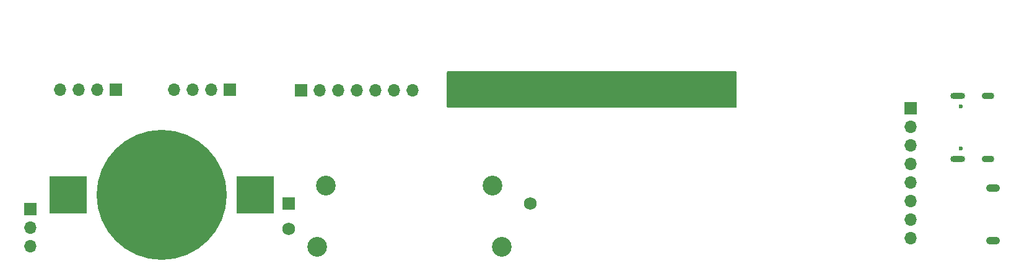
<source format=gbr>
%TF.GenerationSoftware,KiCad,Pcbnew,(6.0.6-0)*%
%TF.CreationDate,2022-07-18T23:29:11+08:00*%
%TF.ProjectId,main,6d61696e-2e6b-4696-9361-645f70636258,rev?*%
%TF.SameCoordinates,Original*%
%TF.FileFunction,Soldermask,Bot*%
%TF.FilePolarity,Negative*%
%FSLAX46Y46*%
G04 Gerber Fmt 4.6, Leading zero omitted, Abs format (unit mm)*
G04 Created by KiCad (PCBNEW (6.0.6-0)) date 2022-07-18 23:29:11*
%MOMM*%
%LPD*%
G01*
G04 APERTURE LIST*
%ADD10R,1.700000X1.700000*%
%ADD11O,1.700000X1.700000*%
%ADD12O,1.900000X1.050000*%
%ADD13C,0.600000*%
%ADD14O,2.000000X0.900000*%
%ADD15O,1.700000X0.900000*%
%ADD16R,1.750000X1.750000*%
%ADD17C,1.750000*%
%ADD18C,2.700000*%
%ADD19R,5.100000X5.100000*%
%ADD20C,17.800000*%
G04 APERTURE END LIST*
D10*
%TO.C,M1*%
X52650000Y-56550000D03*
D11*
X50110000Y-56550000D03*
X47570000Y-56550000D03*
X45030000Y-56550000D03*
%TD*%
D10*
%TO.C,J5*%
X161300000Y-59100000D03*
D11*
X161300000Y-61640000D03*
X161300000Y-64180000D03*
X161300000Y-66720000D03*
X161300000Y-69260000D03*
X161300000Y-71800000D03*
X161300000Y-74340000D03*
X161300000Y-76880000D03*
%TD*%
D10*
%TO.C,J4*%
X41000000Y-72875000D03*
D11*
X41000000Y-75415000D03*
X41000000Y-77955000D03*
%TD*%
D10*
%TO.C,J3*%
X78000000Y-56600000D03*
D11*
X80540000Y-56600000D03*
X83080000Y-56600000D03*
X85620000Y-56600000D03*
X88160000Y-56600000D03*
X90700000Y-56600000D03*
X93240000Y-56600000D03*
%TD*%
D10*
%TO.C,M2*%
X68200000Y-56550000D03*
D11*
X65660000Y-56550000D03*
X63120000Y-56550000D03*
X60580000Y-56550000D03*
%TD*%
D12*
%TO.C,J2*%
X172500000Y-77175000D03*
X172500000Y-70025000D03*
%TD*%
D13*
%TO.C,J1*%
X168175000Y-58810000D03*
X168175000Y-64590000D03*
D14*
X167695000Y-57380000D03*
X167695000Y-66020000D03*
D15*
X171865000Y-66020000D03*
X171865000Y-57380000D03*
%TD*%
D16*
%TO.C,RV1*%
X76255000Y-72100000D03*
D17*
X76255000Y-75600000D03*
X109255000Y-72100000D03*
D18*
X81355000Y-69650000D03*
X80155000Y-78050000D03*
X104155000Y-69650000D03*
X105355000Y-78050000D03*
%TD*%
D19*
%TO.C,BT1*%
X46100000Y-70900000D03*
X71700000Y-70900000D03*
D20*
X58900000Y-70900000D03*
%TD*%
G36*
X137440143Y-54020002D02*
G01*
X137486636Y-54073658D01*
X137498022Y-54126026D01*
X137497034Y-58842587D01*
X137477018Y-58910704D01*
X137423352Y-58957186D01*
X137371039Y-58968561D01*
X98024651Y-58969994D01*
X97956529Y-58949994D01*
X97910034Y-58896340D01*
X97898646Y-58843994D01*
X97898646Y-54126000D01*
X97918648Y-54057879D01*
X97972304Y-54011386D01*
X98024646Y-54000000D01*
X137372022Y-54000000D01*
X137440143Y-54020002D01*
G37*
M02*

</source>
